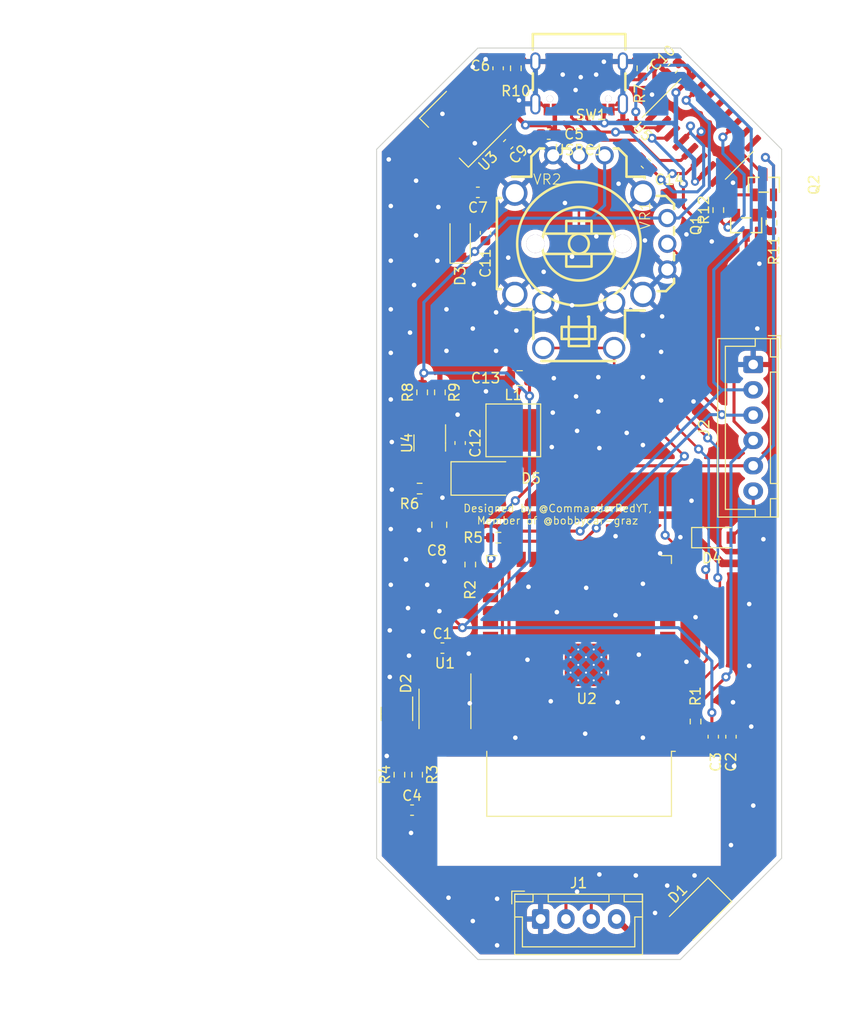
<source format=kicad_pcb>
(kicad_pcb (version 20211014) (generator pcbnew)
  (layers (0 "F.Cu" signal) (31 "B.Cu" signal) (34 "B.Paste" user) (35 "F.Paste" user) (36 "B.SilkS" user "B.Silkscreen") (37 "F.SilkS" user "F.Silkscreen") (38 "B.Mask" user) (39 "F.Mask" user) (44 "Edge.Cuts" user))
  (net 0 "")
  (net 1 "+3V3")
  (net 2 "GND")
  (net 3 "Net-(C4-Pad1)")
  (net 4 "+5V")
  (net 5 "Net-(C7-Pad1)")
  (net 6 "15V")
  (net 7 "Net-(C12-Pad1)")
  (net 8 "Net-(C12-Pad2)")
  (net 9 "Net-(C14-Pad2)")
  (net 10 "Net-(D1-Pad2)")
  (net 11 "CANH")
  (net 12 "CANL")
  (net 13 "Net-(D4-Pad2)")
  (net 14 "ESP_RX")
  (net 15 "ESP_TX")
  (net 16 "EN")
  (net 17 "IO0")
  (net 18 "Net-(Q1-Pad1)")
  (net 19 "RTS")
  (net 20 "Net-(Q2-Pad1)")
  (net 21 "DTR")
  (net 22 "Net-(R6-Pad1)")
  (net 23 "Net-(R7-Pad1)")
  (net 24 "Net-(R8-Pad1)")
  (net 25 "Net-(R10-Pad2)")
  (net 26 "ANALOG_X")
  (net 27 "ANALOG_Y")
  (net 28 "ANALOG_BUTTON")
  (net 29 "CAN_TX")
  (net 30 "CAN_RX")
  (net 57 "USB_DP")
  (net 58 "USB_DN")
  (footprint "Capacitor_SMD:C_0603_1608Metric" (layer "F.Cu") (at 2 -88 -90)
    (fp_text reference "C6")
    (fp_text value "10u")
  )
  (footprint "Capacitor_SMD:C_0603_1608Metric" (layer "F.Cu") (at 23.25 -22 90)
    (fp_text reference "C3")
    (fp_text value "100n")
  )
  (footprint "Resistor_SMD:R_0603_1608Metric" (layer "F.Cu") (at -7.75 -18.25 90)
    (fp_text reference "R4")
    (fp_text value "56R")
  )
  (footprint "SS8050:SOT-23-3_L2.9-W1.3-P1.90-LS2.4-BR" (layer "F.Cu") (at 28.25 -76.5 -90)
    (fp_text reference "Q2")
    (fp_text value "SS8050_C2150")
  )
  (footprint "Capacitor_SMD:C_0805_2012Metric" (layer "F.Cu") (at -3.81 -42.926 90)
    (fp_text reference "C8")
    (fp_text value "22uF")
  )
  (footprint "Package_TO_SOT_SMD:SOT-23" (layer "F.Cu") (at -8 -24.25 -90)
    (fp_text reference "D2")
    (fp_text value "NUP2105L")
  )
  (footprint "Resistor_SMD:R_0603_1608Metric" (layer "F.Cu") (at 29 -72.75 -90)
    (fp_text reference "R11")
    (fp_text value "12k")
  )
  (footprint "Connector_JST:JST_XH_B4B-XH-A_1x04_P2.50mm_Vertical" (layer "F.Cu") (at 6.2 -4)
    (fp_text reference "J1")
    (fp_text value "CAN2")
  )
  (footprint "Connector_JST:JST_XH_B6B-XH-A_1x06_P2.50mm_Vertical" (layer "F.Cu") (at 27.195 -58.75 -90)
    (fp_text reference "J2")
    (fp_text value "PROG")
  )
  (footprint "Package_SO:SOIC-8_3.9x4.9mm_P1.27mm" (layer "F.Cu") (at -3.25 -24.75 -90)
    (fp_text reference "U1")
    (fp_text value "SN65HVD231")
  )
  (footprint "Resistor_SMD:R_0603_1608Metric" (layer "F.Cu") (at -5.75 -46.5)
    (fp_text reference "R6")
    (fp_text value "1k")
  )
  (footprint "Capacitor_SMD:C_0603_1608Metric" (layer "F.Cu") (at 0.75 -71.75 -90)
    (fp_text reference "C11")
    (fp_text value "1u")
  )
  (footprint "Resistor_SMD:R_0603_1608Metric" (layer "F.Cu") (at 3.75 -88 -90)
    (fp_text reference "R10")
    (fp_text value "5k1")
  )
  (footprint "Diode_SMD:D_SOD-123" (layer "F.Cu") (at -1.75 -71 90)
    (fp_text reference "D3")
    (fp_text value "D")
  )
  (footprint "boardcomputer:L_5040" (layer "F.Cu") (at 3.5 -52.25)
    (fp_text reference "L1")
    (fp_text value "4.7uH")
  )
  (footprint "Resistor_SMD:R_0603_1608Metric" (layer "F.Cu") (at -5.5 -56 90)
    (fp_text reference "R8")
    (fp_text value "49.9k")
  )
  (footprint "SS8050:SOT-23-3_L2.9-W1.3-P1.90-LS2.4-BR" (layer "F.Cu") (at 26.5 -72.5 90)
    (fp_text reference "Q1")
    (fp_text value "SS8050_C2150")
  )
  (footprint "Capacitor_SMD:C_0603_1608Metric" (layer "F.Cu") (at 16.6 -78.6 -45)
    (fp_text reference "C14")
    (fp_text value "100n")
  )
  (footprint "Capacitor_SMD:C_0603_1608Metric" (layer "F.Cu") (at -6.5 -14.75)
    (fp_text reference "C4")
    (fp_text value "100n")
  )
  (footprint "analog_stick:SW-TH_RKJXV122400D" (layer "F.Cu") (at 11.18 -69.892)
    (fp_text reference "SW1")
    (fp_text value "ANALOG_LEFT")
  )
  (footprint "Diode_SMD:D_SOD-123" (layer "F.Cu") (at 23.368 -41.656)
    (fp_text reference "D4")
    (fp_text value "D")
  )
  (footprint "Resistor_SMD:R_0603_1608Metric" (layer "F.Cu") (at 2.032 -41.656 180)
    (fp_text reference "R5")
    (fp_text value "10k")
  )
  (footprint "usb_c_bobby:USB-C-SMD_MC-311D" (layer "F.Cu") (at 10 -86.3 180)
    (fp_text reference "USBC1")
    (fp_text value "MC-311D")
  )
  (footprint "Package_TO_SOT_SMD:SOT-23-6" (layer "F.Cu") (at -4.75 -51 -90)
    (fp_text reference "U4")
    (fp_text value "MPM2359")
  )
  (footprint "Resistor_SMD:R_0603_1608Metric" (layer "F.Cu") (at 16.25 -88 90)
    (fp_text reference "R7")
    (fp_text value "5k1")
  )
  (footprint "Resistor_SMD:R_0603_1608Metric" (layer "F.Cu") (at -0.75 -39 90)
    (fp_text reference "R2")
    (fp_text value "10k")
  )
  (footprint "Package_SO:SOIC-16_3.9x9.9mm_P1.27mm" (layer "F.Cu") (at 22.25 -82 45)
    (fp_text reference "U5")
    (fp_text value "CH343G")
  )
  (footprint "Capacitor_SMD:C_0603_1608Metric" (layer "F.Cu") (at 7 -81.5)
    (fp_text reference "C5")
    (fp_text value "100n")
  )
  (footprint "Resistor_SMD:R_0603_1608Metric" (layer "F.Cu") (at -6 -18.25 -90)
    (fp_text reference "R3")
    (fp_text value "56R")
  )
  (footprint "Package_TO_SOT_SMD:SOT-223-3_TabPin2" (layer "F.Cu") (at -2 -82 -135)
    (fp_text reference "U3")
    (fp_text value "AMS1117-3.3")
  )
  (footprint "Capacitor_SMD:C_0603_1608Metric" (layer "F.Cu") (at 3 -80.5 -135)
    (fp_text reference "C9")
    (fp_text value "100n")
  )
  (footprint "Capacitor_SMD:C_0603_1608Metric" (layer "F.Cu") (at 25 -22 90)
    (fp_text reference "C2")
    (fp_text value "10u")
  )
  (footprint "Capacitor_SMD:C_0603_1608Metric" (layer "F.Cu") (at -1.75 -51 90)
    (fp_text reference "C12")
    (fp_text value "10n")
  )
  (footprint "Capacitor_SMD:C_0603_1608Metric" (layer "F.Cu") (at 0 -75.75)
    (fp_text reference "C7")
    (fp_text value "10u")
  )
  (footprint "Capacitor_SMD:C_0603_1608Metric" (layer "F.Cu") (at 19.25 -88 45)
    (fp_text reference "C10")
    (fp_text value "100n")
  )
  (footprint "Capacitor_SMD:C_0805_2012Metric" (layer "F.Cu") (at 4.13 -57.404)
    (fp_text reference "C13")
    (fp_text value "22uF")
  )
  (footprint "Capacitor_SMD:C_0603_1608Metric" (layer "F.Cu") (at -3.5 -30.75)
    (fp_text reference "C1")
    (fp_text value "100n")
  )
  (footprint "Diode_SMD:D_SMA" (layer "F.Cu") (at 0.75 -47.5)
    (fp_text reference "D5")
    (fp_text value "B230A")
  )
  (footprint "Resistor_SMD:R_0603_1608Metric" (layer "F.Cu") (at 23.75 -74 90)
    (fp_text reference "R12")
    (fp_text value "12k")
  )
  (footprint "Resistor_SMD:R_0603_1608Metric" (layer "F.Cu") (at 21.5 -23.5 90)
    (fp_text reference "R1")
    (fp_text value "10k")
  )
  (footprint "Diode_SMD:D_SMA" (layer "F.Cu") (at 21.5 -4.5 -135)
    (fp_text reference "D1")
    (fp_text value "B230A")
  )
  (footprint "Resistor_SMD:R_0603_1608Metric" (layer "F.Cu") (at -3.75 -56 -90)
    (fp_text reference "R9")
    (fp_text value "16.2k")
  )
  (footprint "RF_Module:ESP32-WROOM-32" (layer "F.Cu") (at 10 -30 180)
    (fp_text reference "U2")
    (fp_text value "ESP32-WROOM-32")
  )
  (gr_line (start 20 0) (end 30 -10) (layer "Edge.Cuts") (width 0.1))
  (gr_line (start 0 0) (end -10 -10) (layer "Edge.Cuts") (width 0.1))
  (gr_line (start 0 0) (end 20 0) (layer "Edge.Cuts") (width 0.1))
  (gr_line (start 0 -90) (end -10 -80) (layer "Edge.Cuts") (width 0.1))
  (gr_line (start -10 -10) (end -10 -80) (layer "Edge.Cuts") (width 0.1))
  (gr_line (start 30 -10) (end 30 -80) (layer "Edge.Cuts") (width 0.1))
  (gr_line (start 20 -90) (end 30 -80) (layer "Edge.Cuts") (width 0.1))
  (gr_line (start 0 -90) (end 20 -90) (layer "Edge.Cuts") (width 0.1))
  (gr_text "Designed by @CommanderRedYT,\nMember of @bobbycar-graz" (at 7.874 -43.942) (layer "F.SilkS") (effects (font (size 0.75 0.75) (thickness 0.1))))
  (segment (start -5.5 -57.746) (end -5.334 -57.912) (width 0.3) (layer "F.Cu") (net 1))
  (segment (start -4.275 -30.75) (end -4.275 -32.301) (width 0.3) (layer "F.Cu") (net 1))
  (segment (start 23.15 -22.675) (end 23.25 -22.775) (width 0.3) (layer "F.Cu") (net 1))
  (segment (start -5.5 -56.825) (end -5.5 -57.746) (width 0.3) (layer "F.Cu") (net 1))
  (segment (start 23.114 -24.384) (end 23.114 -22.911) (width 0.3) (layer "F.Cu") (net 1))
  (segment (start -0.815 -39.825) (end -2.286 -38.354) (width 0.3) (layer "F.Cu") (net 1))
  (segment (start 21.733153 -85.995153) (end 20.574 -84.836) (width 0.3) (layer "F.Cu") (net 1))
  (segment (start -3.81 -32.766) (end -1.524 -32.766) (width 0.3) (layer "F.Cu") (net 1))
  (segment (start -0.3145 -69.9105) (end 0.75 -70.975) (width 0.3) (layer "F.Cu") (net 1))
  (segment (start -4.275 -29.675) (end -3.81 -29.21) (width 0.3) (layer "F.Cu") (net 1))
  (segment (start -4.275 -32.301) (end -3.81 -32.766) (width 0.3) (layer "F.Cu") (net 1))
  (segment (start 21.155 -23.02) (end 18.75 -23.02) (width 0.3) (layer "F.Cu") (net 1))
  (segment (start -3.81 -27.3) (end -3.885 -27.225) (width 0.3) (layer "F.Cu") (net 1))
  (segment (start 21.5 -22.675) (end 21.155 -23.02) (width 0.3) (layer "F.Cu") (net 1))
  (segment (start 23.114 -22.911) (end 23.25 -22.775) (width 0.3) (layer "F.Cu") (net 1))
  (segment (start 21.755025 -85.995153) (end 21.733153 -85.995153) (width 0.3) (layer "F.Cu") (net 1))
  (segment (start 21.5 -22.675) (end 23.15 -22.675) (width 0.3) (layer "F.Cu") (net 1))
  (segment (start -3.81 -29.21) (end -3.81 -27.3) (width 0.3) (layer "F.Cu") (net 1))
  (segment (start -0.875 -69.35) (end -0.3145 -69.9105) (width 0.3) (layer "F.Cu") (net 1))
  (segment (start 5.1 -57.384) (end 5.1 -55.646) (width 0.3) (layer "F.Cu") (net 1))
  (segment (start 0 -41.656) (end -0.75 -40.906) (width 0.3) (layer "F.Cu") (net 1))
  (segment (start -1.75 -69.35) (end -0.875 -69.35) (width 0.3) (layer "F.Cu") (net 1))
  (segment (start 25 -22.775) (end 23.25 -22.775) (width 0.3) (layer "F.Cu") (net 1))
  (segment (start -0.75 -39.825) (end -0.815 -39.825) (width 0.3) (layer "F.Cu") (net 1))
  (segment (start -0.75 -40.906) (end -0.75 -39.825) (width 0.3) (layer "F.Cu") (net 1))
  (segment (start 1.207 -41.656) (end 0 -41.656) (width 0.3) (layer "F.Cu") (net 1))
  (segment (start 5.08 -57.404) (end 5.1 -57.384) (width 0.3) (layer "F.Cu") (net 1))
  (segment (start 5.1 -55.646) (end 5.1 -52.25) (width 0.3) (layer "F.Cu") (net 1))
  (segment (start -4.275 -30.75) (end -4.275 -29.675) (width 0.3) (layer "F.Cu") (net 1))
  (segment (start -2.286 -33.528) (end -1.524 -32.766) (width 0.3) (layer "F.Cu") (net 1))
  (segment (start -2.286 -38.354) (end -2.286 -33.528) (width 0.3) (layer "F.Cu") (net 1))
  (via (at 20.574 -84.836) (size 0.9) (drill 0.45) (layers "F.Cu" "B.Cu") (net 1))
  (via (at -5.334 -57.912) (size 0.9) (drill 0.45) (layers "F.Cu" "B.Cu") (net 1))
  (via (at 5.1 -55.646) (size 0.9) (drill 0.45) (layers "F.Cu" "B.Cu") (net 1))
  (via (at -1.524 -32.766) (size 0.9) (drill 0.45) (layers "F.Cu" "B.Cu") (net 1))
  (via (at 23.114 -24.384) (size 0.9) (drill 0.45) (layers "F.Cu" "B.Cu") (net 1))
  (via (at -0.3145 -69.9105) (size 0.9) (drill 0.45) (layers "F.Cu" "B.Cu") (net 1))
  (segment (start 5.1 -39.39) (end -1.524 -32.766) (width 0.3) (layer "B.Cu") (net 1))
  (segment (start 22.86 -82.55) (end 20.574 -84.836) (width 0.3) (layer "B.Cu") (net 1))
  (segment (start 12.52 -74.47) (end 11.25 -73.2) (width 0.3) (layer "B.Cu") (net 1))
  (segment (start 22.86 -76.2) (end 22.86 -82.55) (width 0.3) (layer "B.Cu") (net 1))
  (segment (start 5.1 -55.646) (end 5.1 -39.39) (width 0.3) (layer "B.Cu") (net 1))
  (segment (start -5.334 -64.891) (end -0.3145 -69.9105) (width 0.3) (layer "B.Cu") (net 1))
  (segment (start 18.71 -73.212) (end 19.872 -73.212) (width 0.3) (layer "B.Cu") (net 1))
  (segment (start -5.334 -57.912) (end -5.334 -64.891) (width 0.3) (layer "B.Cu") (net 1))
  (segment (start 11.1 -73.2) (end 2.999 -73.2) (width 0.3) (layer "B.Cu") (net 1))
  (segment (start 19.812 -32.766) (end 22.606 -29.972) (width 0.3) (layer "B.Cu") (net 1))
  (segment (start 2.999 -73.2) (end 2.987 -73.212) (width 0.3) (layer "B.Cu") (net 1))
  (segment (start 23.114 -28.448) (end 23.114 -24.384) (width 0.3) (layer "B.Cu") (net 1))
  (segment (start 19.872 -73.212) (end 22.86 -76.2) (width 0.3) (layer "B.Cu") (net 1))
  (segment (start -5.334 -57.912) (end 2.834 -57.912) (width 0.3) (layer "B.Cu") (net 1))
  (segment (start 22.606 -29.972) (end 23.114 -29.464) (width 0.3) (layer "B.Cu") (net 1))
  (segment (start 12.52 -79.402) (end 12.52 -74.47) (width 0.3) (layer "B.Cu") (net 1))
  (segment (start -1.524 -32.766) (end 19.812 -32.766) (width 0.3) (layer "B.Cu") (net 1))
  (segment (start 2.834 -57.912) (end 5.1 -55.646) (width 0.3) (layer "B.Cu") (net 1))
  (segment (start 18.71 -73.212) (end 11.262 -73.212) (width 0.3) (layer "B.Cu") (net 1))
  (segment (start 23.114 -29.464) (end 23.114 -28.448) (width 0.3) (layer "B.Cu") (net 1))
  (segment (start 2.987 -73.212) (end -0.3145 -69.9105) (width 0.3) (layer "B.Cu") (net 1))
  (segment (start 11.262 -73.212) (end 11.25 -73.2) (width 0.3) (layer "B.Cu") (net 1))
  (segment (start 11.25 -73.2) (end 11.1 -73.2) (width 0.3) (layer "B.Cu") (net 1))
  (segment (start 6.24 -84.49) (end 6.8 -83.93) (width 0.25) (layer "F.Cu") (net 2))
  (segment (start 13.76 -83.93) (end 14.32 -84.49) (width 0.25) (layer "F.Cu") (net 2))
  (segment (start 13.2 -83.93) (end 13.76 -83.93) (width 0.25) (layer "F.Cu") (net 2))
  (segment (start 5.68 -84.49) (end 6.24 -84.49) (width 0.25) (layer "F.Cu") (net 2))
  (via (at 12.446 -88.646) (size 0.9) (drill 0.45) (layers "F.Cu" "B.Cu") (net 2))
  (via (at 21.1 -45.3) (size 0.9) (drill 0.45) (layers "F.Cu" "B.Cu") (net 2))
  (via (at -3.3 -39.3) (size 0.9) (drill 0.45) (layers "F.Cu" "B.Cu") (net 2))
  (via (at 1.8 -60.1) (size 0.9) (drill 0.45) (layers "F.Cu" "B.Cu") (net 2))
  (via (at 12 -50.5) (size 0.9) (drill 0.45) (layers "F.Cu" "B.Cu") (net 2))
  (via (at 28.2 -41.5) (size 0.9) (drill 0.45) (layers "F.Cu" "B.Cu") (net 2))
  (via (at -3.5 -83.5) (size 0.9) (drill 0.45) (layers "F.Cu" "B.Cu") (net 2))
  (via (at -8.8 -79) (size 0.9) (drill 0.45) (layers "F.Cu" "B.Cu") (net 2))
  (via (at -5.8 -42.4) (size 0.9) (drill 0.45) (layers "F.Cu" "B.Cu") (net 2))
  (via (at 13.6 -34) (size 0.9) (drill 0.45) (layers "F.Cu" "B.Cu") (net 2))
  (via (at 18.1 -55.2) (size 0.9) (drill 0.45) (layers "F.Cu" "B.Cu") (net 2))
  (via (at -8.6 -42.5) (size 0.9) (drill 0.45) (layers "F.Cu" "B.Cu") (net 2))
  (via (at -6.9 -34.7) (size 0.9) (drill 0.45) (layers "F.Cu" "B.Cu") (net 2))
  (via (at 20.6 -71.6) (size 0.9) (drill 0.45) (layers "F.Cu" "B.Cu") (net 2))
  (via (at -9 -20.1) (size 0.9) (drill 0.45) (layers "F.Cu" "B.Cu") (net 2))
  (via (at 20 -41.7) (size 0.9) (drill 0.45) (layers "F.Cu" "B.Cu") (net 2))
  (via (at 1.9 -6) (size 0.9) (drill 0.45) (layers "F.Cu" "B.Cu") (net 2))
  (via (at 7.8 -34.3) (size 0.9) (drill 0.45) (layers "F.Cu" "B.Cu") (net 2))
  (via (at 13.6 -41.8) (size 0.9) (drill 0.45) (layers "F.Cu" "B.Cu") (net 2))
  (via (at -8.5 -46.4) (size 0.9) (drill 0.45) (layers "F.Cu" "B.Cu") (net 2))
  (via (at 23.1 -70.9) (size 0.9) (drill 0.45) (layers "F.Cu" "B.Cu") (net 2))
  (via (at -0.4 -66.7) (size 0.9) (drill 0.45) (layers "F.Cu" "B.Cu") (net 2))
  (via (at 16.5 -71) (size 0.9) (drill 0.45) (layers "F.Cu" "B.Cu") (net 2))
  (via (at 17.5 -4.6) (size 0.9) (drill 0.45) (layers "F.Cu" "B.Cu") (net 2))
  (via (at -3.1 -64.2) (size 0.9) (drill 0.45) (layers "F.Cu" "B.Cu") (net 2))
  (via (at 3.8 -62.1) (size 0.9) (drill 0.45) (layers "F.Cu" "B.Cu") (net 2))
  (via (at 13.8 -25.4) (size 0.9) (drill 0.45) (layers "F.Cu" "B.Cu") (net 2))
  (via (at 25.3 -19.1) (size 0.9) (drill 0.45) (layers "F.Cu" "B.Cu") (net 2))
  (via (at 15.9 -30.1) (size 0.9) (drill 0.45) (layers "F.Cu" "B.Cu") (net 2))
  (via (at -8.6 -55.3) (size 0.9) (drill 0.45) (layers "F.Cu" "B.Cu") (net 2))
  (via (at 11.7 -71.4) (size 0.9) (drill 0.45) (layers "F.Cu" "B.Cu") (net 2))
  (via (at -8.6 -59.9) (size 0.9) (drill 0.45) (layers "F.Cu" "B.Cu") (net 2))
  (via (at -8.5 -51.1) (size 0.9) (drill 0.45) (layers "F.Cu" "B.Cu") (net 2))
  (via (at 25.2 -76.7) (size 0.9) (drill 0.45) (layers "F.Cu" "B.Cu") (net 2))
  (via (at 7.5 -57.4) (size 0.9) (drill 0.45) (layers "F.Cu" "B.Cu") (net 2))
  (via (at 1.9 -1.4) (size 0.9) (drill 0.45) (layers "F.Cu" "B.Cu") (net 2))
  (via (at -8.6 -74.4) (size 0.9) (drill 0.45) (layers "F.Cu" "B.Cu") (net 2))
  (via (at -6.1 -71.5) (size 0.9) (drill 0.45) (layers "F.Cu" "B.Cu") (net 2))
  (via (at 12 -8.4) (size 0.9) (drill 0.45) (layers "F.Cu" "B.Cu") (net 2))
  (via (at 16.3 -50.8) (size 0.9) (drill 0.45) (layers "F.Cu" "B.Cu") (net 2))
  (via (at 20.6 -29.4) (size 0.9) (drill 0.45) (layers "F.Cu" "B.Cu") (net 2))
  (via (at 26.8 -35.1) (size 0.9) (drill 0.45) (layers "F.Cu" "B.Cu") (net 2))
  (via (at 6.5 -67.9) (size 0.9) (drill 0.45) (layers "F.Cu" "B.Cu") (net 2))
  (via (at 0.8 -56.1) (size 0.9) (drill 0.45) (layers "F.Cu" "B.Cu") (net 2))
  (via (at -2.9 -6.1) (size 0.9) (drill 0.45) (layers "F.Cu" "B.Cu") (net 2))
  (via (at 16.3 -37.1) (size 0.9) (drill 0.45) (layers "F.Cu" "B.Cu") (net 2))
  (via (at 11.684 -87.376) (size 0.9) (drill 0.45) (layers "F.Cu" "B.Cu") (net 2))
  (via (at 10.6 -22.3) (size 0.9) (drill 0.45) (layers "F.Cu" "B.Cu") (net 2))
  (via (at 27.2 -15.2) (size 0.9) (drill 0.45) (layers "F.Cu" "B.Cu") (net 2))
  (via (at 21.5 -33.8) (size 0.9) (drill 0.45) (layers "F.Cu" "B.Cu") (net 2))
  (via (at -0.8 -25.3) (size 0.9) (drill 0.45) (layers "F.Cu" "B.Cu") (net 2))
  (via (at -0.5 -62.3) (size 0.9) (drill 0.45) (layers "F.Cu" "B.Cu") (net 2))
  (via (at 27 -23) (size 0.9) (drill 0.45) (layers "F.Cu" "B.Cu") (net 2))
  (via (at -6.3 -66.6) (size 0.9) (drill 0.45) (layers "F.Cu" "B.Cu") (net 2))
  (via (at 3.7 -21.9) (size 0.9) (drill 0.45) (layers "F.Cu" "B.Cu") (net 2))
  (via (at 7.3 -50.6) (size 0.9) (drill 0.45) (layers "F.Cu" "B.Cu") (net 2))
  (via (at 10.7 -36.7) (size 0.9) (drill 0.45) (layers "F.Cu" "B.Cu") (net 2))
  (via (at -6.6 -12.5) (size 0.9) (drill 0.45) (layers "F.Cu" "B.Cu") (net 2))
  (via (at 11.9 -57.5) (size 0.9) (drill 0.45) (layers "F.Cu" "B.Cu") (net 2))
  (via (at 18.7 -7.3) (size 0.9) (drill 0.45) (layers "F.Cu" "B.Cu") (net 2))
  (via (at -3.5 -45.6) (size 0.9) (drill 0.45) (layers "F.Cu" "B.Cu") (net 2))
  (via (at 9.8 -52.2) (size 0.9) (drill 0.45) (layers "F.Cu" "B.Cu") (net 2))
  (via (at 9.8 -6.7) (size 0.9) (drill 0.45) (layers "F.Cu" "B.Cu") (net 2))
  (via (at 4.9 -29.6) (size 0.9) (drill 0.45) (layers "F.Cu" "B.Cu") (net 2))
  (via (at -5.4 -32.4) (size 0.9) (drill 0.45) (layers "F.Cu" "B.Cu") (net 2))
  (via (at -6.1 -76.9) (size 0.9) (drill 0.45) (layers "F.Cu" "B.Cu") (net 2))
  (via (at 27.8 -68.7) (size 0.9) (drill 0.45) (layers "F.Cu" "B.Cu") (net 2))
  (via (at -5 -37) (size 0.9) (drill 0.45) (layers "F.Cu" "B.Cu") (net 2))
  (via (at 21.4 -8.3) (size 0.9) (drill 0.45) (layers "F.Cu" "B.Cu") (net 2))
  (via (at 25.2 -25.4) (size 0.9) (drill 0.45) (layers "F.Cu" "B.Cu") (net 2))
  (via (at 1.8 -63.9) (size 0.9) (drill 0.45) (layers "F.Cu" "B.Cu") (net 2))
  (via (at 5.1 -79.8) (size 0.9) (drill 0.45) (layers "F.Cu" "B.Cu") (net 2))
  (via (at -2 -53.8) (size 0.9) (drill 0.45) (layers "F.Cu" "B.Cu") (net 2))
  (via (at 0.762 -88.9) (size 0.9) (drill 0.45) (layers "F.Cu" "B.Cu") (net 2))
  (via (at 5 -36.8) (size 0.9) (drill 0.45) (layers "F.Cu" "B.Cu") (net 2))
  (via (at -0.5 -3.8) (size 0.9) (drill 0.45) (layers "F.Cu" "B.Cu") (net 2))
  (via (at 15.6 -8.3) (size 0.9) (drill 0.45) (layers "F.Cu" "B.Cu") (net 2))
  (via (at 9.3 -64.6) (size 0.9) (drill 0.45) (layers "F.Cu" "B.Cu") (net 2))
  (via (at 3 -69.3) (size 0.9) (drill 0.45) (layers "F.Cu" "B.Cu") (net 2))
  (via (at -3.9 -74.3) (size 0.9) (drill 0.45) (layers "F.Cu" "B.Cu") (net 2))
  (via (at -8.7 -32.5) (size 0.9) (drill 0.45) (layers "F.Cu" "B.Cu") (net 2))
  (via (at 18 -40.1) (size 0.9) (drill 0.45) (layers "F.Cu" "B.Cu") (net 2))
  (via (at -0.3 -80.6) (size 0.9) (drill 0.45) (layers "F.Cu" "B.Cu") (net 2))
  (via (at 11.9 -54.1) (size 0.9) (drill 0.45) (layers "F.Cu" "B.Cu") (net 2))
  (via (at -7.1 -39.5) (size 0.9) (drill 0.45) (layers "F.Cu" "B.Cu") (net 2))
  (via (at -3.8 -34.4) (size 0.9) (drill 0.45) (layers "F.Cu" "B.Cu") (net 2))
  (via (at 16.3 -21.9) (size 0.9) (drill 0.45) (layers "F.Cu" "B.Cu") (net 2))
  (via (at 9.7 -55.6) (size 0.9) (drill 0.45) (layers "F.Cu" "B.Cu") (net 2))
  (via (at 14.7 -52) (size 0.9) (drill 0.45) (layers "F.Cu" "B.Cu") (net 2))
  (via (at 25 -11.3) (size 0.9) (drill 0.45) (layers "F.Cu" "B.Cu") (net 2))
  (via (at -8.6 -69) (size 0.9) (drill 0.45) (layers "F.Cu" "B.Cu") (net 2))
  (via (at -0.508 -88.138) (size 0.9) (drill 0.45) (layers "F.Cu" "B.Cu") (net 2))
  (via (at -6.8 -30) (size 0.9) (drill 0.45) (layers "F.Cu" "B.Cu") (net 2))
  (via (at 18.2 -63.5) (size 0.9) (drill 0.45) (layers "F.Cu" "B.Cu") (net 2))
  (via (at 9.652 -85.852) (size 0.9) (drill 0.45) (layers "F.Cu" "B.Cu") (net 2))
  (via (at -3.1 -60.1) (size 0.9) (drill 0.45) (layers "F.Cu" "B.Cu") (net 2))
  (via (at 8.382 -87.376) (size 0.9) (drill 0.45) (layers "F.Cu" "B.Cu") (net 2))
  (via (at -4 -69) (size 0.9) (drill 0.45) (layers "F.Cu" "B.Cu") (net 2))
  (via (at -8.7 -27.9) (size 0.9) (drill 0.45) (layers "F.Cu" "B.Cu") (net 2))
  (via (at -8.6 -64.2) (size 0.9) (drill 0.45) (layers "F.Cu" "B.Cu") (net 2))
  (via (at 18.1 -60) (size 0.9) (drill 0.45) (layers "F.Cu" "B.Cu") (net 2))
  (via (at 7.4 -54) (size 0.9) (drill 0.45) (layers "F.Cu" "B.Cu") (net 2))
  (via (at 4.064 -84.836) (size 0.9) (drill 0.45) (layers "F.Cu" "B.Cu") (net 2))
  (via (at -8.6 -37) (size 0.9) (drill 0.45) (layers "F.Cu" "B.Cu") (net 2))
  (via (at 26.8 -29) (size 0.9) (drill 0.45) (layers "F.Cu" "B.Cu") (net 2))
  (via (at 16.3 -57.5) (size 0.9) (drill 0.45) (layers "F.Cu" "B.Cu") (net 2))
  (via (at -0.9 -30.2) (size 0.9) (drill 0.45) (layers "F.Cu" "B.Cu") (net 2))
  (via (at 8.6 -74.7) (size 0.9) (drill 0.45) (layers "F.Cu" "B.Cu") (net 2))
  (via (at 22.05 -81.75) (size 0.9) (drill 0.45) (layers "F.Cu" "B.Cu") (net 2))
  (via (at 10.16 -87.122) (size 0.9) (drill 0.45) (layers "F.Cu" "B.Cu") (net 2))
  (via (at 21.3 -55.1) (size 0.9) (drill 0.45) (layers "F.Cu" "B.Cu") (net 2))
  (via (at 16.3 -61.6) (size 0.9) (drill 0.45) (layers "F.Cu" "B.Cu") (net 2))
  (via (at 9.3 -69.4) (size 0.9) (drill 0.45) (layers "F.Cu" "B.Cu") (net 2))
  (via (at 17.2 -85.4) (size 0.9) (drill 0.45) (layers "F.Cu" "B.Cu") (net 2))
  (via (at 13.9 -76.6) (size 0.9) (drill 0.45) (layers "F.Cu" "B.Cu") (net 2))
  (via (at 7.2 -25.5) (size 0.9) (drill 0.45) (layers "F.Cu" "B.Cu") (net 2))
  (via (at 27.6 -62.3) (size 0.9) (drill 0.45) (layers "F.Cu" "B.Cu") (net 2))
  (via (at -6.7 -61.9) (size 0.9) (drill 0.45) (layers "F.Cu" "B.Cu") (net 2))
  (segment (start -7.75 -17.425) (end -7.75 -15.225) (width 0.3) (layer "F.Cu") (net 3))
  (segment (start -7.75 -15.225) (end -7.275 -14.75) (width 0.3) (layer "F.Cu") (net 3))
  (segment (start -6 -17.425) (end -7.75 -17.425) (width 0.3) (layer "F.Cu") (net 3))
  (segment (start 20.853179 -86.893179) (end 19.558 -85.598) (width 0.45) (layer "F.Cu") (net 4))
  (segment (start 20.163992 -88.548008) (end 20.857 -87.855) (width 0.45) (layer "F.Cu") (net 4))
  (segment (start 4.7 -82.4) (end 6.875 -82.4) (width 0.45) (layer "F.Cu") (net 4))
  (segment (start -0.027691 -87.225) (end -1.398959 -85.853732) (width 0.45) (layer "F.Cu") (net 4))
  (segment (start 12.4 -83.93) (end 12.4 -82.7) (width 0.45) (layer "F.Cu") (net 4))
  (segment (start 6.875 -82.4) (end 7.775 -81.5) (width 0.45) (layer "F.Cu") (net 4))
  (segment (start 7.6 -83.93) (end 7.6 -81.675) (width 0.45) (layer "F.Cu") (net 4))
  (segment (start 2 -85.1) (end 4.7 -82.4) (width 0.45) (layer "F.Cu") (net 4))
  (segment (start 20.857 -87.855) (end 20.857 -86.893179) (width 0.45) (layer "F.Cu") (net 4))
  (segment (start 7.6 -81.675) (end 7.775 -81.5) (width 0.45) (layer "F.Cu") (net 4))
  (segment (start 20.857 -86.893179) (end 20.853179 -86.893179) (width 0.45) (layer "F.Cu") (net 4))
  (segment (start 21.540128 -76.8) (end 22.744975 -78.004847) (width 0.45) (layer "F.Cu") (net 4))
  (segment (start 2 -87.225) (end -0.027691 -87.225) (width 0.45) (layer "F.Cu") (net 4))
  (segment (start 12.4 -82.7) (end 12.5 -82.6) (width 0.45) (layer "F.Cu") (net 4))
  (segment (start 2 -87.225) (end 2 -85.1) (width 0.45) (layer "F.Cu") (net 4))
  (segment (start 21.45 -76.8) (end 21.540128 -76.8) (width 0.45) (layer "F.Cu") (net 4))
  (segment (start 19.798008 -88.548008) (end 20.163992 -88.548008) (width 0.45) (layer "F.Cu") (net 4))
  (via (at 19.558 -85.598) (size 0.9) (drill 0.45) (layers "F.Cu" "B.Cu") (net 4))
  (via (at 4.7 -82.4) (size 0.9) (drill 0.45) (layers "F.Cu" "B.Cu") (net 4))
  (via (at 21.45 -76.8) (size 0.8) (drill 0.4) (layers "F.Cu" "B.Cu") (net 4))
  (via (at 12.5 -82.6) (size 0.9) (drill 0.45) (layers "F.Cu" "B.Cu") (net 4))
  (segment (start 19.558 -85.598) (end 19.558 -82.296) (width 0.45) (layer "B.Cu") (net 4))
  (segment (start 19.558 -82.296) (end 19.558 -80.792) (width 0.45) (layer "B.Cu") (net 4))
  (segment (start 19.254 -82.6) (end 19.558 -82.296) (width 0.45) (layer "B.Cu") (net 4))
  (segment (start 4.9 -82.6) (end 4.7 -82.4) (width 0.45) (layer "B.Cu") (net 4))
  (segment (start 21.35 -76.9) (end 21.45 -76.8) (width 0.45) (layer "B.Cu") (net 4))
  (segment (start 21.35 -79) (end 21.35 -76.9) (width 0.45) (layer "B.Cu") (net 4))
  (segment (start 19.558 -80.792) (end 21.35 -79) (width 0.45) (layer "B.Cu") (net 4))
  (segment (start 12.5 -82.6) (end 4.9 -82.6) (width 0.45) (layer "B.Cu") (net 4))
  (segment (start 12.5 -82.6) (end 19.254 -82.6) (width 0.45) (layer "B.Cu") (net 4))
  (segment (start -0.775 -73.625) (end -1.75 -72.65) (width 0.3) (layer "F.Cu") (net 5))
  (segment (start -0.775 -75.75) (end -0.775 -73.625) (width 0.3) (layer "F.Cu") (net 5))
  (segment (start -0.775 -75.75) (end -0.775 -76.725) (width 0.3) (layer "F.Cu") (net 5))
  (segment (start 0.227386 -84.227386) (end -4.227386 -79.772614) (width 0.3) (layer "F.Cu") (net 5))
  (segment (start -4.227386 -79.202386) (end -0.775 -75.75) (width 0.3) (layer "F.Cu") (net 5))
  (segment (start -0.775 -76.725) (end 2.451992 -79.951992) (width 0.3) (layer "F.Cu") (net 5))
  (segment (start -4.227386 -79.772614) (end -4.227386 -79.202386) (width 0.3) (layer "F.Cu") (net 5))
  (segment (start 28.956 -37.084) (end 26.924 -39.116) (width 0.75) (layer "F.Cu") (net 6))
  (segment (start 26.924 -39.116) (end 24.13 -39.116) (width 0.75) (layer "F.Cu") (net 6))
  (segment (start 21.59 -41.656) (end 19.37 -43.876) (width 0.75) (layer "F.Cu") (net 6))
  (segment (start 21.718 -41.528) (end 21.718 -41.656) (width 0.75) (layer "F.Cu") (net 6))
  (segment (start -4.925 -44.991) (end -3.81 -43.876) (width 0.75) (layer "F.Cu") (net 6))
  (segment (start 28.956 -11.956) (end 28.956 -37.084) (width 0.75) (layer "F.Cu") (net 6))
  (segment (start -4.925 -46.5) (end -4.925 -45.875) (width 0.75) (layer "F.Cu") (net 6))
  (segment (start -4.925 -45.875) (end -4.925 -44.991) (width 0.75) (layer "F.Cu") (net 6))
  (segment (start -4.75 -49.8625) (end -4.75 -46.05) (width 0.75) (layer "F.Cu") (net 6))
  (segment (start 24.13 -39.116) (end 21.718 -41.528) (width 0.75) (layer "F.Cu") (net 6))
  (segment (start 22.914214 -5.914214) (end 28.956 -11.956) (width 0.75) (layer "F.Cu") (net 6))
  (segment (start 21.718 -41.656) (end 21.59 -41.656) (width 0.75) (layer "F.Cu") (net 6))
  (segment (start 19.37 -43.876) (end -3.81 -43.876) (width 0.75) (layer "F.Cu") (net 6))
  (segment (start 0.1 -50.2) (end -1.725 -50.2) (width 0.3) (layer "F.Cu") (net 7))
  (segment (start -2.1125 -49.8625) (end -1.75 -50.225) (width 0.3) (layer "F.Cu") (net 7))
  (segment (start -1.75 -48) (end -1.25 -47.5) (width 0.3) (layer "F.Cu") (net 7))
  (segment (start 1.9 -52.25) (end 1.9 -52) (width 0.3) (layer "F.Cu") (net 7))
  (segment (start 1.9 -52) (end 0.1 -50.2) (width 0.3) (layer "F.Cu") (net 7))
  (segment (start -1.725 -50.2) (end -1.75 -50.225) (width 0.3) (layer "F.Cu") (net 7))
  (segment (start -3.8 -49.8625) (end -2.1125 -49.8625) (width 0.3) (layer "F.Cu") (net 7))
  (segment (start -1.75 -50.225) (end -1.75 -48) (width 0.3) (layer "F.Cu") (net 7))
  (segment (start -3.8 -52.1375) (end -2.1125 -52.1375) (width 0.3) (layer "F.Cu") (net 8))
  (segment (start -2.1125 -52.1375) (end -1.75 -51.775) (width 0.3) (layer "F.Cu") (net 8))
  (segment (start 20.050898 -80.698924) (end 20.050898 -80.750898) (width 0.3) (layer "F.Cu") (net 9))
  (segment (start 20.050898 -80.750898) (end 20.9 -81.6) (width 0.3) (layer "F.Cu") (net 9))
  (segment (start 21 -81.7) (end 21 -82.3) (width 0.3) (layer "F.Cu") (net 9))
  (segment (start 18.1 -77) (end 18.1 -77.1) (width 0.3) (layer "F.Cu") (net 9))
  (segment (start 20.9 -81.6) (end 21 -81.7) (width 0.3) (layer "F.Cu") (net 9))
  (segment (start 18.1 -77.1) (end 17.148008 -78.051992) (width 0.3) (layer "F.Cu") (net 9))
  (via (at 21 -82.3) (size 0.9) (drill 0.45) (layers "F.Cu" "B.Cu") (net 9))
  (via (at 18.1 -77) (size 0.9) (drill 0.45) (layers "F.Cu" "B.Cu") (net 9))
  (segment (start 22.3 -80.331818) (end 22.3 -76.5) (width 0.3) (layer "B.Cu") (net 9))
  (segment (start 21.8 -75.917818) (end 21.682182 -75.8) (width 0.3) (layer "B.Cu") (net 9))
  (segment (start 21.682182 -75.8) (end 20.1 -75.8) (width 0.3) (layer "B.Cu") (net 9))
  (segment (start 20.1 -75.8) (end 19.3 -75.8) (width 0.3) (layer "B.Cu") (net 9))
  (segment (start 19.3 -75.8) (end 18.1 -77) (width 0.3) (layer "B.Cu") (net 9))
  (segment (start 22.3 -76.417818) (end 21.8 -75.917818) (width 0.3) (layer "B.Cu") (net 9))
  (segment (start 21 -81.631818) (end 22.3 -80.331818) (width 0.3) (layer "B.Cu") (net 9))
  (segment (start 22.3 -76.5) (end 22.3 -76.417818) (width 0.3) (layer "B.Cu") (net 9))
  (segment (start 21 -82.3) (end 21 -81.631818) (width 0.3) (layer "B.Cu") (net 9))
  (segment (start 18.778 -1.778) (end 20.085786 -3.085786) (width 0.6) (layer "F.Cu") (net 10))
  (segment (start 13.7 -4) (end 15.922 -1.778) (width 0.6) (layer "F.Cu") (net 10))
  (segment (start 15.922 -1.778) (end 18.778 -1.778) (width 0.6) (layer "F.Cu") (net 10))
  (segment (start -4.1 -8.3) (end -4.8 -9) (width 0.3) (layer "F.Cu") (net 11))
  (segment (start -4.8 -9) (end -4.8 -19.5482) (width 0.3) (layer "F.Cu") (net 11))
  (segment (start 11.2 -4) (end 11.2 -6.6) (width 0.3) (layer "F.Cu") (net 11))
  (segment (start -5.2732 -19.075) (end -6 -19.075) (width 0.3) (layer "F.Cu") (net 11))
  (segment (start -3 -24.6) (end -2.615 -24.215) (width 0.3) (layer "F.Cu") (net 11))
  (segment (start -5.8875 -25.1875) (end -5.3 -24.6) (width 0.3) (layer "F.Cu") (net 11))
  (segment (start -4.8 -19.5482) (end -4.7741 -19.5741) (width 0.3) (layer "F.Cu") (net 11))
  (segment (start -2.615 -24.215) (end -2.615 -22.275) (width 0.3) (layer "F.Cu") (net 11))
  (segment (start 9.5 -8.3) (end -4.1 -8.3) (width 0.3) (layer "F.Cu") (net 11))
  (segment (start -4.7741 -19.5741) (end -5.2732 -19.075) (width 0.3) (layer "F.Cu") (net 11))
  (segment (start -2.615 -22.275) (end -2.615 -21.7332) (width 0.3) (layer "F.Cu") (net 11))
  (segment (start -2.615 -21.7332) (end -4.7741 -19.5741) (width 0.3) (layer "F.Cu") (net 11))
  (segment (start 11.2 -6.6) (end 9.5 -8.3) (width 0.3) (layer "F.Cu") (net 11))
  (segment (start -5.3 -24.6) (end -3 -24.6) (width 0.3) (layer "F.Cu") (net 11))
  (segment (start -7.05 -25.1875) (end -5.8875 -25.1875) (width 0.3) (layer "F.Cu") (net 11))
  (segment (start -9 -17.9) (end -9 -12.280762) (width 0.3) (layer "F.Cu") (net 12))
  (segment (start -9 -12.280762) (end -4.369239 -7.65) (width 0.3) (layer "F.Cu") (net 12))
  (segment (start -3.885 -21.756827) (end -3.885 -22.275) (width 0.3) (layer "F.Cu") (net 12))
  (segment (start -7.7 -20.6) (end -7.7 -19.125) (width 0.3) (layer "F.Cu") (net 12))
  (segment (start -7.7 -20.6) (end -5.041827 -20.6) (width 0.3) (layer "F.Cu") (net 12))
  (segment (start 7.4 -7.65) (end 8.7 -6.35) (width 0.3) (layer "F.Cu") (net 12))
  (segment (start -5.041827 -20.6) (end -3.885 -21.756827) (width 0.3) (layer "F.Cu") (net 12))
  (segment (start -8.95 -21.85) (end -7.7 -20.6) (width 0.3) (layer "F.Cu") (net 12))
  (segment (start -7.825 -19.075) (end -9 -17.9) (width 0.3) (layer "F.Cu") (net 12))
  (segment (start -8.95 -25.1875) (end -8.95 -21.85) (width 0.3) (layer "F.Cu") (net 12))
  (segment (start -4.369239 -7.65) (end 7.4 -7.65) (width 0.3) (layer "F.Cu") (net 12))
  (segment (start -7.7 -19.125) (end -7.75 -19.075) (width 0.3) (layer "F.Cu") (net 12))
  (segment (start -7.75 -19.075) (end -7.825 -19.075) (width 0.3) (layer "F.Cu") (net 12))
  (segment (start 8.7 -6.35) (end 8.7 -4) (width 0.3) (layer "F.Cu") (net 12))
  (segment (start 27.195 -43.833) (end 25.018 -41.656) (width 0.3) (layer "F.Cu") (net 13))
  (segment (start 27.195 -46.25) (end 27.195 -43.833) (width 0.3) (layer "F.Cu") (net 13))
  (segment (start 2.425 -27.175) (end 2.425 -41.224) (width 0.3) (layer "F.Cu") (net 14))
  (segment (start 16.4 -82.127817) (end 17.887689 -82.127817) (width 0.3) (layer "F.Cu") (net 14))
  (segment (start 15.6 -82.927818) (end 16.4 -82.127817) (width 0.3) (layer "F.Cu") (net 14))
  (segment (start 1.25 -26.83) (end 2.08 -26.83) (width 0.3) (layer "F.Cu") (net 14))
  (segment (start 2.425 -41.224) (end 2.857 -41.656) (width 0.3) (layer "F.Cu") (net 14))
  (segment (start 3.501 -42.3) (end 2.857 -41.656) (width 0.3) (layer "F.Cu") (net 14))
  (segment (start 2.08 -26.83) (end 2.425 -27.175) (width 0.3) (layer "F.Cu") (net 14))
  (segment (start 10.1 -42.3) (end 3.501 -42.3) (width 0.3) (layer "F.Cu") (net 14))
  (segment (start 15.6 -83.7) (end 15.6 -82.927818) (width 0.3) (layer "F.Cu") (net 14))
  (segment (start 17.887689 -82.127817) (end 18.254847 -82.494975) (width 0.3) (layer "F.Cu") (net 14))
  (via (at 15.6 -83.7) (size 0.9) (drill 0.45) (layers "F.Cu" "B.Cu") (net 14))
  (via (at 10.1 -42.3) (size 0.9) (drill 0.45) (layers "F.Cu" "B.Cu") (net 14))
  (segment (start 15.6 -86.2) (end 15.6 -83.7) (width 0.3) (layer "B.Cu") (net 14))
  (segment (start 16.7 -87.3) (end 15.6 -86.2) (width 0.3) (layer "B.Cu") (net 14))
  (segment (start 20.7 -88.3) (end 19 -88.3) (width 0.3) (layer "B.Cu") (net 14))
  (segment (start 23.3 -63.5) (end 23.3 -68.1) (width 0.3) (layer "B.Cu") (net 14))
  (segment (start 10.162563 -42.3) (end 10.1 -42.3) (width 0.3) (layer "B.Cu") (net 14))
  (segment (start 27 -71.8) (end 27 -81.3) (width 0.3) (layer "B.Cu") (net 14))
  (segment (start 27.195 -56.25) (end 24.15 -56.25) (width 0.3) (layer "B.Cu") (net 14))
  (segment (start 27 -81.3) (end 27 -82) (width 0.3) (layer "B.Cu") (net 14))
  (segment (start 26.4 -71.2) (end 27 -71.8) (width 0.3) (layer "B.Cu") (net 14))
  (segment (start 24.1 -56.2) (end 18.8 -50.9) (width 0.3) (layer "B.Cu") (net 14))
  (segment (start 17.7 -88.3) (end 16.7 -87.3) (width 0.3) (layer "B.Cu") (net 14))
  (segment (start 24.15 -56.25) (end 24.1 -56.2) (width 0.3) (layer "B.Cu") (net 14))
  (segment (start 18.762563 -50.9) (end 10.162563 -42.3) (width 0.3) (layer "B.Cu") (net 14))
  (segment (start 23.3 -57) (end 23.3 -63.5) (width 0.3) (layer "B.Cu") (net 14))
  (segment (start 27 -82) (end 22.1 -86.9) (width 0.3) (layer "B.Cu") (net 14))
  (segment (start 18.8 -50.9) (end 18.762563 -50.9) (width 0.3) (layer "B.Cu") (net 14))
  (segment (start 23.3 -68.1) (end 26.4 -71.2) (width 0.3) (layer "B.Cu") (net 14))
  (segment (start 24.1 -56.2) (end 23.3 -57) (width 0.3) (layer "B.Cu") (net 14))
  (segment (start 22.1 -86.9) (end 20.7 -88.3) (width 0.3) (layer "B.Cu") (net 14))
  (segment (start 19 -88.3) (end 17.7 -88.3) (width 0.3) (layer "B.Cu") (net 14))
  (segment (start 21.9 -72.7) (end 21.9 -56) (width 0.3) (layer "F.Cu") (net 15))
  (segment (start 3.075 -39.7) (end 3.075 -40.375) (width 0.3) (layer "F.Cu") (net 15))
  (segment (start 3.075 -26.605) (end 3.075 -27.8) (width 0.3) (layer "F.Cu") (net 15))
  (segment (start 1.25 -25.56) (end 2.03 -25.56) (width 0.3) (layer "F.Cu") (net 15))
  (segment (start 3.9 -41.2) (end 4 -41.3) (width 0.3) (layer "F.Cu") (net 15))
  (segment (start 19.152872 -81.596949) (end 18.655923 -81.1) (width 0.3) (layer "F.Cu") (net 15))
  (segment (start 20.3 -74.3) (end 21.9 -72.7) (width 0.3) (layer "F.Cu") (net 15))
  (segment (start 2.03 -25.56) (end 3.075 -26.605) (width 0.3) (layer "F.Cu") (net 15))
  (segment (start 20.3 -76.6) (end 20.3 -74.3) (width 0.3) (layer "F.Cu") (net 15))
  (segment (start 9.6 -41.3) (end 10.4 -41.3) (width 0.3) (layer "F.Cu") (net 15))
  (segment (start 21.9 -56) (end 24.1 -53.8) (width 0.3) (layer "F.Cu") (net 15))
  (segment (start 4 -41.3) (end 9.6 -41.3) (width 0.3) (layer "F.Cu") (net 15))
  (segment (start 3.075 -27.8) (end 3.075 -36.1) (width 0.3) (layer "F.Cu") (net 15))
  (segment (start 18.655923 -81.1) (end 17.2 -81.1) (width 0.3) (layer "F.Cu") (net 15))
  (segment (start 10.4 -41.3) (end 11.7 -42.6) (width 0.3) (layer "F.Cu") (net 15))
  (segment (start 3.075 -36.1) (end 3.075 -39.7) (width 0.3) (layer "F.Cu") (net 15))
  (segment (start 3.075 -40.375) (end 3.9 -41.2) (width 0.3) (layer "F.Cu") (net 15))
  (via (at 20.3 -76.6) (size 0.9) (drill 0.45) (layers "F.Cu" "B.Cu") (net 15))
  (via (at 11.7 -42.6) (size 0.9) (drill 0.45) (layers "F.Cu" "B.Cu") (net 15))
  (via (at 24.1 -53.8) (size 0.9) (drill 0.45) (layers "F.Cu" "B.Cu") (net 15))
  (via (at 17.2 -81.1) (size 0.9) (drill 0.45) (layers "F.Cu" "B.Cu") (net 15))
  (segment (start 22.9 -53.8) (end 24.1 -53.8) (width 0.3) (layer "B.Cu") (net 15))
  (segment (start 17.2 -81.1) (end 20.3 -78) (width 0.3) (layer "B.Cu") (net 15))
  (segment (start 27.195 -53.75) (end 24.15 -53.75) (width 0.3) (layer "B.Cu") (net 15))
  (segment (start 24.15 -53.75) (end 24.1 -53.8) (width 0.3) (layer "B.Cu") (net 15))
  (segment (start 11.7 -42.6) (end 22.9 -53.8) (width 0.3) (layer "B.Cu") (net 15))
  (segment (start 20.3 -78) (end 20.3 -76.6) (width 0.3) (layer "B.Cu") (net 15))
  (segment (start 21.5 -24.9) (end 24.5 -27.9) (width 0.3) (layer "F.Cu") (net 16))
  (segment (start 18.785 -24.325) (end 18.75 -24.29) (width 0.3) (layer "F.Cu") (net 16))
  (segment (start 21.5 -24.325) (end 21.5 -24.9) (width 0.3) (layer "F.Cu") (net 16))
  (segment (start 26.5 -69.675) (end 25.3 -68.475) (width 0.3) (layer "F.Cu") (net 16))
  (segment (start 25.3 -68.475) (end 25.3 -53.145) (width 0.3) (layer "F.Cu") (net 16))
  (segment (start 21.5 -24.325) (end 18.785 -24.325) (width 0.3) (layer "F.Cu") (net 16))
  (segment (start 26.5 -71.5) (end 26.5 -69.675) (width 0.3) (layer "F.Cu") (net 16))
  (segment (start 25.3 -53.145) (end 27.195 -51.25) (width 0.3) (layer "F.Cu") (net 16))
  (via (at 24.5 -27.9) (size 0.9) (drill 0.45) (layers "F.Cu" "B.Cu") (net 16))
  (segment (start 25 -28.4) (end 25 -49.055) (width 0.3) (layer "B.Cu") (net 16))
  (segment (start 24.5 -27.9) (end 25 -28.4) (width 0.3) (layer "B.Cu") (net 16))
  (segment (start 25 -49.055) (end 27.195 -51.25) (width 0.3) (layer "B.Cu") (net 16))
  (segment (start 1.25 -38.26) (end 1.25 -39.55) (width 0.3) (layer "F.Cu") (net 17))
  (segment (start 1.25 -39.55) (end 1.3 -39.6) (width 0.3) (layer "F.Cu") (net 17))
  (segment (start 7.15 -48.75) (end 27.195 -48.75) (width 0.3) (layer "F.Cu") (net 17))
  (segment (start 29.2 -75.5) (end 29.2 -78.4) (width 0.3) (layer "F.Cu") (net 17))
  (segment (start 29.2 -78.4) (end 28.4 -79.2) (width 0.3) (layer "F.Cu") (net 17))
  (segment (start 3.7 -45.3) (end 7.15 -48.75) (width 0.3) (layer "F.Cu") (net 17))
  (segment (start 1.165 -38.175) (end 1.25 -38.26) (width 0.3) (layer "F.Cu") (net 17))
  (segment (start -0.75 -38.175) (end 1.165 -38.175) (width 0.3) (layer "F.Cu") (net 17))
  (via (at 28.4 -79.2) (size 0.9) (drill 0.45) (layers "F.Cu" "B.Cu") (net 17))
  (via (at 1.3 -39.6) (size 0.9) (drill 0.45) (layers "F.Cu" "B.Cu") (net 17))
  (via (at 3.7 -45.3) (size 0.9) (drill 0.45) (layers "F.Cu" "B.Cu") (net 17))
  (segment (start 1.3 -42.9) (end 3.7 -45.3) (width 0.3) (layer "B.Cu") (net 17))
  (segment (start 29.2 -78.4) (end 28.4 -79.2) (width 0.3) (layer "B.Cu") (net 17))
  (segment (start 29.2 -50.755) (end 29.2 -78.4) (width 0.3) (layer "B.Cu") (net 17))
  (segment (start 1.3 -39.6) (end 1.3 -42.9) (width 0.3) (layer "B.Cu") (net 17))
  (segment (start 27.195 -48.75) (end 29.2 -50.755) (width 0.3) (layer "B.Cu") (net 17))
  (segment (start 27.45 -73.5) (end 27.45 -73.475) (width 0.3) (layer "F.Cu") (net 18))
  (segment (start 27.45 -73.475) (end 29 -71.925) (width 0.3) (layer "F.Cu") (net 18))
  (segment (start 25.347128 -82.347128) (end 24.2 -81.2) (width 0.3) (layer "F.Cu") (net 19))
  (segment (start 25.347128 -82.403051) (end 25.347128 -82.347128) (width 0.3) (layer "F.Cu") (net 19))
  (segment (start 24.7 -72.65) (end 25.55 -73.5) (width 0.3) (layer "F.Cu") (net 19))
  (segment (start 24.7 -72.3) (end 24.7 -72.65) (width 0.3) (layer "F.Cu") (net 19))
  (segment (start 24.7 -72.3) (end 24.625 -72.3) (width 0.3) (layer "F.Cu") (net 19))
  (segment (start 24.625 -72.3) (end 23.75 -73.175) (width 0.3) (layer "F.Cu") (net 19))
  (via (at 24.7 -72.3) (size 0.9) (drill 0.45) (layers "F.Cu" "B.Cu") (net 19))
  (via (at 24.2 -81.2) (size 0.9) (drill 0.45) (layers "F.Cu" "B.Cu") (net 19))
  (segment (start 25.1 -72.3) (end 24.7 -72.3) (width 0.3) (layer "B.Cu") (net 19))
  (segment (start 26.3 -73.5) (end 25.1 -72.3) (width 0.3) (layer "B.Cu") (net 19))
  (segment (start 24.2 -81.2) (end 24.2 -79.6) (width 0.3) (layer "B.Cu") (net 19))
  (segment (start 26.3 -77.5) (end 26.3 -73.5) (width 0.3) (layer "B.Cu") (net 19))
  (segment (start 24.2 -79.6) (end 26.3 -77.5) (width 0.3) (layer "B.Cu") (net 19))
  (segment (start 24.425 -75.5) (end 27.3 -75.5) (width 0.3) (layer "F.Cu") (net 20))
  (segment (start 23.75 -74.825) (end 24.425 -75.5) (width 0.3) (layer "F.Cu") (net 20))
  (segment (start 29 -73.8) (end 28.25 -74.55) (width 0.3) (layer "F.Cu") (net 21))
  (segment (start 25.6 -80.1) (end 28.2 -77.5) (width 0.3) (layer "F.Cu") (net 21))
  (segment (start 25.6 -80.859872) (end 25.6 -80.1) (width 0.3) (layer "F.Cu") (net 21))
  (segment (start 29 -73.575) (end 29 -73.8) (width 0.3) (layer "F.Cu") (net 21))
  (segment (start 28.25 -74.55) (end 28.25 -77.5) (width 0.3) (layer "F.Cu") (net 21))
  (segment (start 28.2 -77.5) (end 28.25 -77.5) (width 0.3) (layer "F.Cu") (net 21))
  (segment (start 26.245153 -81.505025) (end 25.6 -80.859872) (width 0.3) (layer "F.Cu") (net 21))
  (segment (start -6.575 -47.525) (end -5.7 -48.4) (width 0.3) (layer "F.Cu") (net 22))
  (segment (start -6.575 -46.5) (end -6.575 -47.525) (width 0.3) (layer "F.Cu") (net 22))
  (segment (start -5.7 -48.4) (end -5.7 -49.8625) (width 0.3) (layer "F.Cu") (net 22))
  (segment (start 11.25 -83.93) (end 11.25 -84.91) (width 0.3) (layer "F.Cu") (net 23))
  (segment (start 13.208 -86.868) (end 15.943 -86.868) (width 0.3) (layer "F.Cu") (net 23))
  (segment (start 15.943 -86.868) (end 16.25 -87.175) (width 0.3) (layer "F.Cu") (net 23))
  (segment (start 11.25 -84.91) (end 13.208 -86.868) (width 0.3) (layer "F.Cu") (net 23))
  (segment (start -5.7 -54.975) (end -5.5 -55.175) (width 0.3) (layer "F.Cu") (net 24))
  (segment (start -5.5 -55.175) (end -3.75 -55.175) (width 0.3) (layer "F.Cu") (net 24))
  (segment (start -5.7 -52.1375) (end -5.7 -54.975) (width 0.3) (layer "F.Cu") (net 24))
  (segment (start 8.25 -83.93) (end 8.25 -85.222) (width 0.3) (layer "F.Cu") (net 25))
  (segment (start 8.25 -85.222) (end 6.604 -86.868) (width 0.3) (layer "F.Cu") (net 25))
  (segment (start 6.604 -86.868) (end 4.057 -86.868) (width 0.3) (layer "F.Cu") (net 25))
  (segment (start 4.057 -86.868) (end 3.75 -87.175) (width 0.3) (layer "F.Cu") (net 25))
  (segment (start 18.75 -25.56) (end 20.16 -25.56) (width 0.25) (layer "F.Cu") (net 26))
  (segment (start 20.16 -25.56) (end 23.9 -29.3) (width 0.25) (layer "F.Cu") (net 26))
  (segment (start 20.5 -68.882) (end 18.71 -70.672) (width 0.25) (layer "F.Cu") (net 26))
  (segment (start 20.5 -53.7) (end 20.5 -68.882) (width 0.25) (layer "F.Cu") (net 26))
  (segment (start 23.9 -29.3) (end 23.9 -37.5) (width 0.25) (layer "F.Cu") (net 26))
  (segment (start 22.7 -51.5) (end 20.5 -53.7) (width 0.25) (layer "F.Cu") (net 26))
  (segment (start 23.9 -37.5) (end 23.7 -37.7) (width 0.25) (layer "F.Cu") (net 26))
  (via (at 23.7 -37.7) (size 0.9) (drill 0.45) (layers "F.Cu" "B.Cu") (net 26))
  (via (at 22.7 -51.5) (size 0.9) (drill 0.45) (layers "F.Cu" "B.Cu") (net 26))
  (segment (start 23.7 -37.7) (end 23.7 -50.5) (width 0.25) (layer "B.Cu") (net 26))
  (segment (start 23.7 -50.5) (end 22.7 -51.5) (width 0.25) (layer "B.Cu") (net 26))
  (segment (start 19.83 -26.83) (end 22.6 -29.6) (width 0.25) (layer "F.Cu") (net 27))
  (segment (start 19.7 -52.5) (end 19.7 -65) (width 0.25) (layer "F.Cu") (net 27))
  (segment (start 19.7 -65) (end 16.3 -68.4) (width 0.25) (layer "F.Cu") (net 27))
  (segment (start 16.3 -68.4) (end 12.3 -68.4) (width 0.25) (layer "F.Cu") (net 27))
  (segment (start 22.6 -38.4) (end 22.5 -38.5) (width 0.25) (layer "F.Cu") (net 27))
  (segment (start 18.75 -26.83) (end 19.83 -26.83) (width 0.25) (layer "F.Cu") (net 27))
  (segment (start 22.6 -29.6) (end 22.6 -38.4) (width 0.25) (layer "F.Cu") (net 27))
  (segment (start 9.98 -70.72) (end 9.98 -79.402) (width 0.25) (layer "F.Cu") (net 27))
  (segment (start 21.8 -50.4) (end 19.7 -52.5) (width 0.25) (layer "F.Cu") (net 27))
  (segment (start 12.3 -68.4) (end 9.98 -70.72) (width 0.25) (layer "F.Cu") (net 27))
  (via (at 21.8 -50.4) (size 0.9) (drill 0.45) (layers "F.Cu" "B.Cu") (net 27))
  (via (at 22.5 -38.5) (size 0.9) (drill 0.45) (layers "F.Cu" "B.Cu") (net 27))
  (segment (start 22.8 -49.4) (end 21.8 -50.4) (width 0.25) (layer "B.Cu") (net 27))
  (segment (start 22.5 -38.5) (end 22.8 -38.8) (width 0.25) (layer "B.Cu") (net 27))
  (segment (start 22.8 -38.8) (end 22.8 -46.3) (width 0.25) (layer "B.Cu") (net 27))
  (segment (start 22.8 -46.3) (end 22.8 -49.4) (width 0.25) (layer "B.Cu") (net 27))
  (segment (start 20.8 -35.1) (end 20.8 -39.6) (width 0.25) (layer "F.Cu") (net 28))
  (segment (start 6.46 -60.382) (end 13.46 -60.382) (width 0.25) (layer "F.Cu") (net 28))
  (segment (start 20.15 -34.45) (end 20.8 -35.1) (width 0.25) (layer "F.Cu") (net 28))
  (segment (start 20.8 -39.6) (end 18.5 -41.9) (width 0.25) (layer "F.Cu") (net 28))
  (segment (start 18.75 -34.45) (end 20.15 -34.45) (width 0.25) (layer "F.Cu") (net 28))
  (segment (start 13.46 -56.64) (end 13.46 -60.382) (width 0.25) (layer "F.Cu") (net 28))
  (segment (start 20.4 -49.7) (end 13.46 -56.64) (width 0.25) (layer "F.Cu") (net 28))
  (via (at 18.5 -41.9) (size 0.9) (drill 0.45) (layers "F.Cu" "B.Cu") (net 28))
  (via (at 20.4 -49.7) (size 0.9) (drill 0.45) (layers "F.Cu" "B.Cu") (net 28))
  (segment (start 18.5 -47.8) (end 20.4 -49.7) (width 0.25) (layer "B.Cu") (net 28))
  (segment (start 18.5 -41.9) (end 18.5 -47.8) (width 0.25) (layer "B.Cu") (net 28))
  (segment (start -0.4 -28.1) (end 1.25 -28.1) (width 0.3) (layer "F.Cu") (net 29))
  (segment (start -1.275 -27.225) (end -0.4 -28.1) (width 0.3) (layer "F.Cu") (net 29))
  (segment (start -1.345 -27.225) (end -1.275 -27.225) (width 0.3) (layer "F.Cu") (net 29))
  (segment (start -5.155 -25.855) (end -4.55 -25.25) (width 0.3) (layer "F.Cu") (net 30))
  (segment (start -4.55 -25.25) (end -2.35 -25.25) (width 0.3) (layer "F.Cu") (net 30))
  (segment (start -1.39 -24.29) (end 1.25 -24.29) (width 0.3) (layer "F.Cu") (net 30))
  (segment (start -2.35 -25.25) (end -1.39 -24.29) (width 0.3) (layer "F.Cu") (net 30))
  (segment (start -5.155 -27.225) (end -5.155 -25.855) (width 0.3) (layer "F.Cu") (net 30))
  (segment (start 10.095 -82.405) (end 10.095 -82.9) (width 0.3) (layer "F.Cu") (net 57))
  (segment (start 9.25 -83.15) (end 9.5 -82.9) (width 0.3) (layer "F.Cu") (net 57))
  (segment (start 9.5 -82.9) (end 10.095 -82.9) (width 0.3) (layer "F.Cu") (net 57))
  (segment (start 10.095 -82.9) (end 10.25 -83.055) (width 0.3) (layer "F.Cu") (net 57))
  (segment (start 9.25 -83.93) (end 9.25 -83.15) (width 0.3) (layer "F.Cu") (net 57))
  (segment (start 20.948924 -79.800898) (end 20.048026 -78.9) (width 0.3) (layer "F.Cu") (net 57))
  (segment (start 17.9 -78.9) (end 15.9 -80.9) (width 0.3) (layer "F.Cu") (net 57))
  (segment (start 20.048026 -78.9) (end 17.9 -78.9) (width 0.3) (layer "F.Cu") (net 57))
  (segment (start 15.9 -80.9) (end 11.6 -80.9) (width 0.3) (layer "F.Cu") (net 57))
  (segment (start 11.6 -80.9) (end 10.095 -82.405) (width 0.3) (layer "F.Cu") (net 57))
  (segment (start 10.25 -83.055) (end 10.25 -83.93) (width 0.3) (layer "F.Cu") (net 57))
  (segment (start 20.544077 -77.6) (end 21.846949 -78.902872) (width 0.3) (layer "F.Cu") (net 58))
  (segment (start 9.75 -84.805) (end 9.75 -83.93) (width 0.3) (layer "F.Cu") (net 58))
  (segment (start 10.75 -83.93) (end 10.75 -83.05) (width 0.3) (layer "F.Cu") (net 58))
  (segment (start 10.555 -85) (end 9.945 -85) (width 0.3) (layer "F.Cu") (net 58))
  (segment (start 10.75 -84.805) (end 10.555 -85) (width 0.3) (layer "F.Cu") (net 58))
  (segment (start 10.75 -83.05) (end 11.9 -81.9) (width 0.3) (layer "F.Cu") (net 58))
  (segment (start 19.2 -77.6) (end 20.544077 -77.6) (width 0.3) (layer "F.Cu") (net 58))
  (segment (start 10.75 -83.93) (end 10.75 -84.805) (width 0.3) (layer "F.Cu") (net 58))
  (segment (start 9.945 -85) (end 9.75 -84.805) (width 0.3) (layer "F.Cu") (net 58))
  (segment (start 11.9 -81.9) (end 12.1 -81.7) (width 0.3) (layer "F.Cu") (net 58))
  (segment (start 12.1 -81.7) (end 13.6 -81.7) (width 0.3) (layer "F.Cu") (net 58))
  (via (at 19.2 -77.6) (size 0.9) (drill 0.45) (layers "F.Cu" "B.Cu") (net 58))
  (via (at 13.6 -81.7) (size 0.9) (drill 0.45) (layers "F.Cu" "B.Cu") (net 58))
  (segment (start 19.1 -77.6) (end 19.2 -77.6) (width 0.3) (layer "B.Cu") (net 58))
  (segment (start 15 -81.7) (end 19.1 -77.6) (width 0.3) (layer "B.Cu") (net 58))
  (segment (start 13.6 -81.7) (end 15 -81.7) (width 0.3) (layer "B.Cu") (net 58))
  (zone (net 2) (net_name "GND") (layers F&B.Cu) (connect_pads (clearance 0.508)) (min_thickness 0.254) (fill yes (thermal_gap 0.508) (thermal_bridge_width 0.508))
    (polygon (pts (xy 37.592 -94.488) (xy 37.846 6.35) (xy -19.05 6.096) (xy -19.304 -94.742)))
  )
)
</source>
